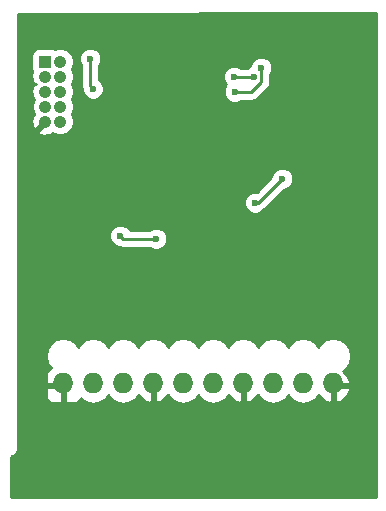
<source format=gbl>
G04 #@! TF.FileFunction,Copper,L2,Bot,Signal*
%FSLAX46Y46*%
G04 Gerber Fmt 4.6, Leading zero omitted, Abs format (unit mm)*
G04 Created by KiCad (PCBNEW 4.0.1-stable) date Wednesday, August 10, 2016 'PMt' 06:55:05 PM*
%MOMM*%
G01*
G04 APERTURE LIST*
%ADD10C,0.100000*%
%ADD11R,1.050000X1.050000*%
%ADD12C,1.050000*%
%ADD13R,1.727200X1.727200*%
%ADD14O,1.727200X1.727200*%
%ADD15C,0.600000*%
%ADD16C,0.250000*%
%ADD17C,0.254000*%
G04 APERTURE END LIST*
D10*
D11*
X108458000Y-98806000D03*
D12*
X108458000Y-100076000D03*
X108458000Y-101346000D03*
X108458000Y-102616000D03*
X108458000Y-103886000D03*
X109728000Y-100076000D03*
X109728000Y-101346000D03*
X109728000Y-102616000D03*
X109728000Y-103886000D03*
X109728000Y-98806000D03*
D13*
X109982000Y-128524000D03*
D14*
X109982000Y-125984000D03*
X112522000Y-128524000D03*
X112522000Y-125984000D03*
X115062000Y-128524000D03*
X115062000Y-125984000D03*
X117602000Y-128524000D03*
X117602000Y-125984000D03*
X120142000Y-128524000D03*
X120142000Y-125984000D03*
X122682000Y-128524000D03*
X122682000Y-125984000D03*
X125222000Y-128524000D03*
X125222000Y-125984000D03*
X127762000Y-128524000D03*
X127762000Y-125984000D03*
X130302000Y-128524000D03*
X130302000Y-125984000D03*
X132842000Y-128524000D03*
X132842000Y-125984000D03*
D15*
X116840000Y-106426000D03*
X124968000Y-104902000D03*
X116586000Y-102616000D03*
X119888000Y-96774000D03*
X123952000Y-97028000D03*
X133096000Y-100076000D03*
X112514000Y-101100000D03*
X112268000Y-98552000D03*
X114808000Y-113538000D03*
X117856000Y-113792000D03*
X126238000Y-110744000D03*
X128524000Y-108712000D03*
X126746000Y-99314008D03*
X124490002Y-101346000D03*
X126115181Y-100059979D03*
X124460000Y-100076000D03*
D16*
X133096000Y-100076000D02*
X133350000Y-100076000D01*
X112268000Y-98552000D02*
X112268000Y-100854000D01*
X112268000Y-100854000D02*
X112514000Y-101100000D01*
X117856000Y-113792000D02*
X115062000Y-113792000D01*
X115062000Y-113792000D02*
X114808000Y-113538000D01*
X128524000Y-108712000D02*
X126492000Y-110744000D01*
X126492000Y-110744000D02*
X126238000Y-110744000D01*
X126746000Y-99738272D02*
X126746000Y-99314008D01*
X126746000Y-100500256D02*
X126746000Y-99738272D01*
X124490002Y-101346000D02*
X125900256Y-101346000D01*
X125900256Y-101346000D02*
X126746000Y-100500256D01*
X126099160Y-100076000D02*
X126115181Y-100059979D01*
X124460000Y-100076000D02*
X126099160Y-100076000D01*
D17*
G36*
X136450000Y-135688000D02*
X105536892Y-135688000D01*
X105536077Y-132256921D01*
X105681705Y-132227954D01*
X105912046Y-132074046D01*
X106065954Y-131843705D01*
X106120000Y-131572000D01*
X106120000Y-126523750D01*
X108483400Y-126523750D01*
X108483400Y-127227909D01*
X108580073Y-127461298D01*
X108758701Y-127639927D01*
X108992090Y-127736600D01*
X109696250Y-127736600D01*
X109855000Y-127577850D01*
X109855000Y-126365000D01*
X108642150Y-126365000D01*
X108483400Y-126523750D01*
X106120000Y-126523750D01*
X106120000Y-123668641D01*
X108483400Y-123668641D01*
X108483400Y-123727359D01*
X108597474Y-124300848D01*
X108912526Y-124772356D01*
X108758701Y-124836073D01*
X108580073Y-125014702D01*
X108483400Y-125248091D01*
X108483400Y-125952250D01*
X108642150Y-126111000D01*
X109855000Y-126111000D01*
X109855000Y-126091000D01*
X110109000Y-126091000D01*
X110109000Y-126111000D01*
X110129000Y-126111000D01*
X110129000Y-126365000D01*
X110109000Y-126365000D01*
X110109000Y-127577850D01*
X110267750Y-127736600D01*
X110971910Y-127736600D01*
X111205299Y-127639927D01*
X111383927Y-127461298D01*
X111448263Y-127305977D01*
X111462330Y-127327029D01*
X111948511Y-127651885D01*
X112522000Y-127765959D01*
X113095489Y-127651885D01*
X113581670Y-127327029D01*
X113792000Y-127012248D01*
X114002330Y-127327029D01*
X114488511Y-127651885D01*
X115062000Y-127765959D01*
X115635489Y-127651885D01*
X116121670Y-127327029D01*
X116337664Y-127003772D01*
X116395179Y-127126490D01*
X116827053Y-127520688D01*
X117242974Y-127692958D01*
X117475000Y-127571817D01*
X117475000Y-126365000D01*
X117455000Y-126365000D01*
X117455000Y-126111000D01*
X117475000Y-126111000D01*
X117475000Y-126091000D01*
X117729000Y-126091000D01*
X117729000Y-126111000D01*
X117749000Y-126111000D01*
X117749000Y-126365000D01*
X117729000Y-126365000D01*
X117729000Y-127571817D01*
X117961026Y-127692958D01*
X118376947Y-127520688D01*
X118808821Y-127126490D01*
X118866336Y-127003772D01*
X119082330Y-127327029D01*
X119568511Y-127651885D01*
X120142000Y-127765959D01*
X120715489Y-127651885D01*
X121201670Y-127327029D01*
X121412000Y-127012248D01*
X121622330Y-127327029D01*
X122108511Y-127651885D01*
X122682000Y-127765959D01*
X123255489Y-127651885D01*
X123741670Y-127327029D01*
X123957664Y-127003772D01*
X124015179Y-127126490D01*
X124447053Y-127520688D01*
X124862974Y-127692958D01*
X125095000Y-127571817D01*
X125095000Y-126365000D01*
X125075000Y-126365000D01*
X125075000Y-126111000D01*
X125095000Y-126111000D01*
X125095000Y-126091000D01*
X125349000Y-126091000D01*
X125349000Y-126111000D01*
X125369000Y-126111000D01*
X125369000Y-126365000D01*
X125349000Y-126365000D01*
X125349000Y-127571817D01*
X125581026Y-127692958D01*
X125996947Y-127520688D01*
X126428821Y-127126490D01*
X126486336Y-127003772D01*
X126702330Y-127327029D01*
X127188511Y-127651885D01*
X127762000Y-127765959D01*
X128335489Y-127651885D01*
X128821670Y-127327029D01*
X129032000Y-127012248D01*
X129242330Y-127327029D01*
X129728511Y-127651885D01*
X130302000Y-127765959D01*
X130875489Y-127651885D01*
X131361670Y-127327029D01*
X131577664Y-127003772D01*
X131635179Y-127126490D01*
X132067053Y-127520688D01*
X132482974Y-127692958D01*
X132715000Y-127571817D01*
X132715000Y-126365000D01*
X132969000Y-126365000D01*
X132969000Y-127571817D01*
X133201026Y-127692958D01*
X133616947Y-127520688D01*
X134048821Y-127126490D01*
X134296968Y-126597027D01*
X134176469Y-126365000D01*
X132969000Y-126365000D01*
X132715000Y-126365000D01*
X132695000Y-126365000D01*
X132695000Y-126111000D01*
X132715000Y-126111000D01*
X132715000Y-126091000D01*
X132969000Y-126091000D01*
X132969000Y-126111000D01*
X134176469Y-126111000D01*
X134296968Y-125878973D01*
X134048821Y-125349510D01*
X133630839Y-124967992D01*
X133901670Y-124787029D01*
X134226526Y-124300848D01*
X134340600Y-123727359D01*
X134340600Y-123668641D01*
X134226526Y-123095152D01*
X133901670Y-122608971D01*
X133415489Y-122284115D01*
X132842000Y-122170041D01*
X132268511Y-122284115D01*
X131782330Y-122608971D01*
X131572000Y-122923752D01*
X131361670Y-122608971D01*
X130875489Y-122284115D01*
X130302000Y-122170041D01*
X129728511Y-122284115D01*
X129242330Y-122608971D01*
X129032000Y-122923752D01*
X128821670Y-122608971D01*
X128335489Y-122284115D01*
X127762000Y-122170041D01*
X127188511Y-122284115D01*
X126702330Y-122608971D01*
X126492000Y-122923752D01*
X126281670Y-122608971D01*
X125795489Y-122284115D01*
X125222000Y-122170041D01*
X124648511Y-122284115D01*
X124162330Y-122608971D01*
X123952000Y-122923752D01*
X123741670Y-122608971D01*
X123255489Y-122284115D01*
X122682000Y-122170041D01*
X122108511Y-122284115D01*
X121622330Y-122608971D01*
X121412000Y-122923752D01*
X121201670Y-122608971D01*
X120715489Y-122284115D01*
X120142000Y-122170041D01*
X119568511Y-122284115D01*
X119082330Y-122608971D01*
X118872000Y-122923752D01*
X118661670Y-122608971D01*
X118175489Y-122284115D01*
X117602000Y-122170041D01*
X117028511Y-122284115D01*
X116542330Y-122608971D01*
X116332000Y-122923752D01*
X116121670Y-122608971D01*
X115635489Y-122284115D01*
X115062000Y-122170041D01*
X114488511Y-122284115D01*
X114002330Y-122608971D01*
X113792000Y-122923752D01*
X113581670Y-122608971D01*
X113095489Y-122284115D01*
X112522000Y-122170041D01*
X111948511Y-122284115D01*
X111462330Y-122608971D01*
X111252000Y-122923752D01*
X111041670Y-122608971D01*
X110555489Y-122284115D01*
X109982000Y-122170041D01*
X109408511Y-122284115D01*
X108922330Y-122608971D01*
X108597474Y-123095152D01*
X108483400Y-123668641D01*
X106120000Y-123668641D01*
X106120000Y-113723167D01*
X113872838Y-113723167D01*
X114014883Y-114066943D01*
X114277673Y-114330192D01*
X114621201Y-114472838D01*
X114739421Y-114472941D01*
X114771160Y-114494148D01*
X115062000Y-114552000D01*
X117293537Y-114552000D01*
X117325673Y-114584192D01*
X117669201Y-114726838D01*
X118041167Y-114727162D01*
X118384943Y-114585117D01*
X118648192Y-114322327D01*
X118790838Y-113978799D01*
X118791162Y-113606833D01*
X118649117Y-113263057D01*
X118386327Y-112999808D01*
X118042799Y-112857162D01*
X117670833Y-112856838D01*
X117327057Y-112998883D01*
X117293882Y-113032000D01*
X115610597Y-113032000D01*
X115601117Y-113009057D01*
X115338327Y-112745808D01*
X114994799Y-112603162D01*
X114622833Y-112602838D01*
X114279057Y-112744883D01*
X114015808Y-113007673D01*
X113873162Y-113351201D01*
X113872838Y-113723167D01*
X106120000Y-113723167D01*
X106120000Y-110929167D01*
X125302838Y-110929167D01*
X125444883Y-111272943D01*
X125707673Y-111536192D01*
X126051201Y-111678838D01*
X126423167Y-111679162D01*
X126766943Y-111537117D01*
X127010362Y-111294122D01*
X127029401Y-111281401D01*
X128663680Y-109647122D01*
X128709167Y-109647162D01*
X129052943Y-109505117D01*
X129316192Y-109242327D01*
X129458838Y-108898799D01*
X129459162Y-108526833D01*
X129317117Y-108183057D01*
X129054327Y-107919808D01*
X128710799Y-107777162D01*
X128338833Y-107776838D01*
X127995057Y-107918883D01*
X127731808Y-108181673D01*
X127589162Y-108525201D01*
X127589121Y-108572077D01*
X126352099Y-109809099D01*
X126052833Y-109808838D01*
X125709057Y-109950883D01*
X125445808Y-110213673D01*
X125303162Y-110557201D01*
X125302838Y-110929167D01*
X106120000Y-110929167D01*
X106120000Y-99924985D01*
X107284954Y-99924985D01*
X107316457Y-100385386D01*
X107432038Y-100664425D01*
X107634186Y-100701794D01*
X107643392Y-100711000D01*
X107634186Y-100720206D01*
X107432038Y-100757575D01*
X107284954Y-101194985D01*
X107316457Y-101655386D01*
X107432038Y-101934425D01*
X107488406Y-101944845D01*
X107475173Y-101958055D01*
X107298202Y-102384249D01*
X107297799Y-102845726D01*
X107474026Y-103272229D01*
X107488845Y-103287074D01*
X107432038Y-103297575D01*
X107284954Y-103734985D01*
X107316457Y-104195386D01*
X107432038Y-104474425D01*
X107649727Y-104514667D01*
X108278395Y-103886000D01*
X108264253Y-103871858D01*
X108360195Y-103775915D01*
X108555976Y-103776086D01*
X108568085Y-103788195D01*
X108567914Y-103983976D01*
X108472142Y-104079748D01*
X108458000Y-104065605D01*
X107829333Y-104694273D01*
X107869575Y-104911962D01*
X108306985Y-105059046D01*
X108767386Y-105027543D01*
X109046425Y-104911962D01*
X109056845Y-104855594D01*
X109070055Y-104868827D01*
X109496249Y-105045798D01*
X109957726Y-105046201D01*
X110384229Y-104869974D01*
X110710827Y-104543945D01*
X110887798Y-104117751D01*
X110888201Y-103656274D01*
X110720551Y-103250528D01*
X110887798Y-102847751D01*
X110888201Y-102386274D01*
X110720551Y-101980528D01*
X110887798Y-101577751D01*
X110888201Y-101116274D01*
X110720551Y-100710528D01*
X110887798Y-100307751D01*
X110888201Y-99846274D01*
X110720551Y-99440528D01*
X110887798Y-99037751D01*
X110888060Y-98737167D01*
X111332838Y-98737167D01*
X111474883Y-99080943D01*
X111508000Y-99114118D01*
X111508000Y-100854000D01*
X111565852Y-101144839D01*
X111578943Y-101164431D01*
X111578838Y-101285167D01*
X111720883Y-101628943D01*
X111983673Y-101892192D01*
X112327201Y-102034838D01*
X112699167Y-102035162D01*
X113042943Y-101893117D01*
X113306192Y-101630327D01*
X113448838Y-101286799D01*
X113449162Y-100914833D01*
X113307117Y-100571057D01*
X113044327Y-100307808D01*
X113028000Y-100301028D01*
X113028000Y-100261167D01*
X123524838Y-100261167D01*
X123666883Y-100604943D01*
X123787684Y-100725955D01*
X123697810Y-100815673D01*
X123555164Y-101159201D01*
X123554840Y-101531167D01*
X123696885Y-101874943D01*
X123959675Y-102138192D01*
X124303203Y-102280838D01*
X124675169Y-102281162D01*
X125018945Y-102139117D01*
X125052120Y-102106000D01*
X125900256Y-102106000D01*
X126191095Y-102048148D01*
X126437657Y-101883401D01*
X127283401Y-101037657D01*
X127448148Y-100791095D01*
X127506000Y-100500256D01*
X127506000Y-99876471D01*
X127538192Y-99844335D01*
X127680838Y-99500807D01*
X127681162Y-99128841D01*
X127539117Y-98785065D01*
X127276327Y-98521816D01*
X126932799Y-98379170D01*
X126560833Y-98378846D01*
X126217057Y-98520891D01*
X125953808Y-98783681D01*
X125811162Y-99127209D01*
X125811121Y-99173942D01*
X125586238Y-99266862D01*
X125537014Y-99316000D01*
X125022463Y-99316000D01*
X124990327Y-99283808D01*
X124646799Y-99141162D01*
X124274833Y-99140838D01*
X123931057Y-99282883D01*
X123667808Y-99545673D01*
X123525162Y-99889201D01*
X123524838Y-100261167D01*
X113028000Y-100261167D01*
X113028000Y-99114463D01*
X113060192Y-99082327D01*
X113202838Y-98738799D01*
X113203162Y-98366833D01*
X113061117Y-98023057D01*
X112798327Y-97759808D01*
X112454799Y-97617162D01*
X112082833Y-97616838D01*
X111739057Y-97758883D01*
X111475808Y-98021673D01*
X111333162Y-98365201D01*
X111332838Y-98737167D01*
X110888060Y-98737167D01*
X110888201Y-98576274D01*
X110711974Y-98149771D01*
X110385945Y-97823173D01*
X109959751Y-97646202D01*
X109498274Y-97645799D01*
X109298784Y-97728226D01*
X109234890Y-97684569D01*
X108983000Y-97633560D01*
X107933000Y-97633560D01*
X107697683Y-97677838D01*
X107481559Y-97816910D01*
X107336569Y-98029110D01*
X107285560Y-98281000D01*
X107285560Y-99331000D01*
X107329838Y-99566317D01*
X107379571Y-99643605D01*
X107284954Y-99924985D01*
X106120000Y-99924985D01*
X106120000Y-94729106D01*
X136450000Y-94690895D01*
X136450000Y-135688000D01*
X136450000Y-135688000D01*
G37*
X136450000Y-135688000D02*
X105536892Y-135688000D01*
X105536077Y-132256921D01*
X105681705Y-132227954D01*
X105912046Y-132074046D01*
X106065954Y-131843705D01*
X106120000Y-131572000D01*
X106120000Y-126523750D01*
X108483400Y-126523750D01*
X108483400Y-127227909D01*
X108580073Y-127461298D01*
X108758701Y-127639927D01*
X108992090Y-127736600D01*
X109696250Y-127736600D01*
X109855000Y-127577850D01*
X109855000Y-126365000D01*
X108642150Y-126365000D01*
X108483400Y-126523750D01*
X106120000Y-126523750D01*
X106120000Y-123668641D01*
X108483400Y-123668641D01*
X108483400Y-123727359D01*
X108597474Y-124300848D01*
X108912526Y-124772356D01*
X108758701Y-124836073D01*
X108580073Y-125014702D01*
X108483400Y-125248091D01*
X108483400Y-125952250D01*
X108642150Y-126111000D01*
X109855000Y-126111000D01*
X109855000Y-126091000D01*
X110109000Y-126091000D01*
X110109000Y-126111000D01*
X110129000Y-126111000D01*
X110129000Y-126365000D01*
X110109000Y-126365000D01*
X110109000Y-127577850D01*
X110267750Y-127736600D01*
X110971910Y-127736600D01*
X111205299Y-127639927D01*
X111383927Y-127461298D01*
X111448263Y-127305977D01*
X111462330Y-127327029D01*
X111948511Y-127651885D01*
X112522000Y-127765959D01*
X113095489Y-127651885D01*
X113581670Y-127327029D01*
X113792000Y-127012248D01*
X114002330Y-127327029D01*
X114488511Y-127651885D01*
X115062000Y-127765959D01*
X115635489Y-127651885D01*
X116121670Y-127327029D01*
X116337664Y-127003772D01*
X116395179Y-127126490D01*
X116827053Y-127520688D01*
X117242974Y-127692958D01*
X117475000Y-127571817D01*
X117475000Y-126365000D01*
X117455000Y-126365000D01*
X117455000Y-126111000D01*
X117475000Y-126111000D01*
X117475000Y-126091000D01*
X117729000Y-126091000D01*
X117729000Y-126111000D01*
X117749000Y-126111000D01*
X117749000Y-126365000D01*
X117729000Y-126365000D01*
X117729000Y-127571817D01*
X117961026Y-127692958D01*
X118376947Y-127520688D01*
X118808821Y-127126490D01*
X118866336Y-127003772D01*
X119082330Y-127327029D01*
X119568511Y-127651885D01*
X120142000Y-127765959D01*
X120715489Y-127651885D01*
X121201670Y-127327029D01*
X121412000Y-127012248D01*
X121622330Y-127327029D01*
X122108511Y-127651885D01*
X122682000Y-127765959D01*
X123255489Y-127651885D01*
X123741670Y-127327029D01*
X123957664Y-127003772D01*
X124015179Y-127126490D01*
X124447053Y-127520688D01*
X124862974Y-127692958D01*
X125095000Y-127571817D01*
X125095000Y-126365000D01*
X125075000Y-126365000D01*
X125075000Y-126111000D01*
X125095000Y-126111000D01*
X125095000Y-126091000D01*
X125349000Y-126091000D01*
X125349000Y-126111000D01*
X125369000Y-126111000D01*
X125369000Y-126365000D01*
X125349000Y-126365000D01*
X125349000Y-127571817D01*
X125581026Y-127692958D01*
X125996947Y-127520688D01*
X126428821Y-127126490D01*
X126486336Y-127003772D01*
X126702330Y-127327029D01*
X127188511Y-127651885D01*
X127762000Y-127765959D01*
X128335489Y-127651885D01*
X128821670Y-127327029D01*
X129032000Y-127012248D01*
X129242330Y-127327029D01*
X129728511Y-127651885D01*
X130302000Y-127765959D01*
X130875489Y-127651885D01*
X131361670Y-127327029D01*
X131577664Y-127003772D01*
X131635179Y-127126490D01*
X132067053Y-127520688D01*
X132482974Y-127692958D01*
X132715000Y-127571817D01*
X132715000Y-126365000D01*
X132969000Y-126365000D01*
X132969000Y-127571817D01*
X133201026Y-127692958D01*
X133616947Y-127520688D01*
X134048821Y-127126490D01*
X134296968Y-126597027D01*
X134176469Y-126365000D01*
X132969000Y-126365000D01*
X132715000Y-126365000D01*
X132695000Y-126365000D01*
X132695000Y-126111000D01*
X132715000Y-126111000D01*
X132715000Y-126091000D01*
X132969000Y-126091000D01*
X132969000Y-126111000D01*
X134176469Y-126111000D01*
X134296968Y-125878973D01*
X134048821Y-125349510D01*
X133630839Y-124967992D01*
X133901670Y-124787029D01*
X134226526Y-124300848D01*
X134340600Y-123727359D01*
X134340600Y-123668641D01*
X134226526Y-123095152D01*
X133901670Y-122608971D01*
X133415489Y-122284115D01*
X132842000Y-122170041D01*
X132268511Y-122284115D01*
X131782330Y-122608971D01*
X131572000Y-122923752D01*
X131361670Y-122608971D01*
X130875489Y-122284115D01*
X130302000Y-122170041D01*
X129728511Y-122284115D01*
X129242330Y-122608971D01*
X129032000Y-122923752D01*
X128821670Y-122608971D01*
X128335489Y-122284115D01*
X127762000Y-122170041D01*
X127188511Y-122284115D01*
X126702330Y-122608971D01*
X126492000Y-122923752D01*
X126281670Y-122608971D01*
X125795489Y-122284115D01*
X125222000Y-122170041D01*
X124648511Y-122284115D01*
X124162330Y-122608971D01*
X123952000Y-122923752D01*
X123741670Y-122608971D01*
X123255489Y-122284115D01*
X122682000Y-122170041D01*
X122108511Y-122284115D01*
X121622330Y-122608971D01*
X121412000Y-122923752D01*
X121201670Y-122608971D01*
X120715489Y-122284115D01*
X120142000Y-122170041D01*
X119568511Y-122284115D01*
X119082330Y-122608971D01*
X118872000Y-122923752D01*
X118661670Y-122608971D01*
X118175489Y-122284115D01*
X117602000Y-122170041D01*
X117028511Y-122284115D01*
X116542330Y-122608971D01*
X116332000Y-122923752D01*
X116121670Y-122608971D01*
X115635489Y-122284115D01*
X115062000Y-122170041D01*
X114488511Y-122284115D01*
X114002330Y-122608971D01*
X113792000Y-122923752D01*
X113581670Y-122608971D01*
X113095489Y-122284115D01*
X112522000Y-122170041D01*
X111948511Y-122284115D01*
X111462330Y-122608971D01*
X111252000Y-122923752D01*
X111041670Y-122608971D01*
X110555489Y-122284115D01*
X109982000Y-122170041D01*
X109408511Y-122284115D01*
X108922330Y-122608971D01*
X108597474Y-123095152D01*
X108483400Y-123668641D01*
X106120000Y-123668641D01*
X106120000Y-113723167D01*
X113872838Y-113723167D01*
X114014883Y-114066943D01*
X114277673Y-114330192D01*
X114621201Y-114472838D01*
X114739421Y-114472941D01*
X114771160Y-114494148D01*
X115062000Y-114552000D01*
X117293537Y-114552000D01*
X117325673Y-114584192D01*
X117669201Y-114726838D01*
X118041167Y-114727162D01*
X118384943Y-114585117D01*
X118648192Y-114322327D01*
X118790838Y-113978799D01*
X118791162Y-113606833D01*
X118649117Y-113263057D01*
X118386327Y-112999808D01*
X118042799Y-112857162D01*
X117670833Y-112856838D01*
X117327057Y-112998883D01*
X117293882Y-113032000D01*
X115610597Y-113032000D01*
X115601117Y-113009057D01*
X115338327Y-112745808D01*
X114994799Y-112603162D01*
X114622833Y-112602838D01*
X114279057Y-112744883D01*
X114015808Y-113007673D01*
X113873162Y-113351201D01*
X113872838Y-113723167D01*
X106120000Y-113723167D01*
X106120000Y-110929167D01*
X125302838Y-110929167D01*
X125444883Y-111272943D01*
X125707673Y-111536192D01*
X126051201Y-111678838D01*
X126423167Y-111679162D01*
X126766943Y-111537117D01*
X127010362Y-111294122D01*
X127029401Y-111281401D01*
X128663680Y-109647122D01*
X128709167Y-109647162D01*
X129052943Y-109505117D01*
X129316192Y-109242327D01*
X129458838Y-108898799D01*
X129459162Y-108526833D01*
X129317117Y-108183057D01*
X129054327Y-107919808D01*
X128710799Y-107777162D01*
X128338833Y-107776838D01*
X127995057Y-107918883D01*
X127731808Y-108181673D01*
X127589162Y-108525201D01*
X127589121Y-108572077D01*
X126352099Y-109809099D01*
X126052833Y-109808838D01*
X125709057Y-109950883D01*
X125445808Y-110213673D01*
X125303162Y-110557201D01*
X125302838Y-110929167D01*
X106120000Y-110929167D01*
X106120000Y-99924985D01*
X107284954Y-99924985D01*
X107316457Y-100385386D01*
X107432038Y-100664425D01*
X107634186Y-100701794D01*
X107643392Y-100711000D01*
X107634186Y-100720206D01*
X107432038Y-100757575D01*
X107284954Y-101194985D01*
X107316457Y-101655386D01*
X107432038Y-101934425D01*
X107488406Y-101944845D01*
X107475173Y-101958055D01*
X107298202Y-102384249D01*
X107297799Y-102845726D01*
X107474026Y-103272229D01*
X107488845Y-103287074D01*
X107432038Y-103297575D01*
X107284954Y-103734985D01*
X107316457Y-104195386D01*
X107432038Y-104474425D01*
X107649727Y-104514667D01*
X108278395Y-103886000D01*
X108264253Y-103871858D01*
X108360195Y-103775915D01*
X108555976Y-103776086D01*
X108568085Y-103788195D01*
X108567914Y-103983976D01*
X108472142Y-104079748D01*
X108458000Y-104065605D01*
X107829333Y-104694273D01*
X107869575Y-104911962D01*
X108306985Y-105059046D01*
X108767386Y-105027543D01*
X109046425Y-104911962D01*
X109056845Y-104855594D01*
X109070055Y-104868827D01*
X109496249Y-105045798D01*
X109957726Y-105046201D01*
X110384229Y-104869974D01*
X110710827Y-104543945D01*
X110887798Y-104117751D01*
X110888201Y-103656274D01*
X110720551Y-103250528D01*
X110887798Y-102847751D01*
X110888201Y-102386274D01*
X110720551Y-101980528D01*
X110887798Y-101577751D01*
X110888201Y-101116274D01*
X110720551Y-100710528D01*
X110887798Y-100307751D01*
X110888201Y-99846274D01*
X110720551Y-99440528D01*
X110887798Y-99037751D01*
X110888060Y-98737167D01*
X111332838Y-98737167D01*
X111474883Y-99080943D01*
X111508000Y-99114118D01*
X111508000Y-100854000D01*
X111565852Y-101144839D01*
X111578943Y-101164431D01*
X111578838Y-101285167D01*
X111720883Y-101628943D01*
X111983673Y-101892192D01*
X112327201Y-102034838D01*
X112699167Y-102035162D01*
X113042943Y-101893117D01*
X113306192Y-101630327D01*
X113448838Y-101286799D01*
X113449162Y-100914833D01*
X113307117Y-100571057D01*
X113044327Y-100307808D01*
X113028000Y-100301028D01*
X113028000Y-100261167D01*
X123524838Y-100261167D01*
X123666883Y-100604943D01*
X123787684Y-100725955D01*
X123697810Y-100815673D01*
X123555164Y-101159201D01*
X123554840Y-101531167D01*
X123696885Y-101874943D01*
X123959675Y-102138192D01*
X124303203Y-102280838D01*
X124675169Y-102281162D01*
X125018945Y-102139117D01*
X125052120Y-102106000D01*
X125900256Y-102106000D01*
X126191095Y-102048148D01*
X126437657Y-101883401D01*
X127283401Y-101037657D01*
X127448148Y-100791095D01*
X127506000Y-100500256D01*
X127506000Y-99876471D01*
X127538192Y-99844335D01*
X127680838Y-99500807D01*
X127681162Y-99128841D01*
X127539117Y-98785065D01*
X127276327Y-98521816D01*
X126932799Y-98379170D01*
X126560833Y-98378846D01*
X126217057Y-98520891D01*
X125953808Y-98783681D01*
X125811162Y-99127209D01*
X125811121Y-99173942D01*
X125586238Y-99266862D01*
X125537014Y-99316000D01*
X125022463Y-99316000D01*
X124990327Y-99283808D01*
X124646799Y-99141162D01*
X124274833Y-99140838D01*
X123931057Y-99282883D01*
X123667808Y-99545673D01*
X123525162Y-99889201D01*
X123524838Y-100261167D01*
X113028000Y-100261167D01*
X113028000Y-99114463D01*
X113060192Y-99082327D01*
X113202838Y-98738799D01*
X113203162Y-98366833D01*
X113061117Y-98023057D01*
X112798327Y-97759808D01*
X112454799Y-97617162D01*
X112082833Y-97616838D01*
X111739057Y-97758883D01*
X111475808Y-98021673D01*
X111333162Y-98365201D01*
X111332838Y-98737167D01*
X110888060Y-98737167D01*
X110888201Y-98576274D01*
X110711974Y-98149771D01*
X110385945Y-97823173D01*
X109959751Y-97646202D01*
X109498274Y-97645799D01*
X109298784Y-97728226D01*
X109234890Y-97684569D01*
X108983000Y-97633560D01*
X107933000Y-97633560D01*
X107697683Y-97677838D01*
X107481559Y-97816910D01*
X107336569Y-98029110D01*
X107285560Y-98281000D01*
X107285560Y-99331000D01*
X107329838Y-99566317D01*
X107379571Y-99643605D01*
X107284954Y-99924985D01*
X106120000Y-99924985D01*
X106120000Y-94729106D01*
X136450000Y-94690895D01*
X136450000Y-135688000D01*
G36*
X108568085Y-101248195D02*
X108567914Y-101443976D01*
X108555805Y-101456085D01*
X108360024Y-101455914D01*
X108264252Y-101360142D01*
X108278395Y-101346000D01*
X108264253Y-101331858D01*
X108350008Y-101246102D01*
X108552160Y-101232270D01*
X108568085Y-101248195D01*
X108568085Y-101248195D01*
G37*
X108568085Y-101248195D02*
X108567914Y-101443976D01*
X108555805Y-101456085D01*
X108360024Y-101455914D01*
X108264252Y-101360142D01*
X108278395Y-101346000D01*
X108264253Y-101331858D01*
X108350008Y-101246102D01*
X108552160Y-101232270D01*
X108568085Y-101248195D01*
G36*
X108567914Y-100173976D02*
X108565993Y-100175897D01*
X108363840Y-100189730D01*
X108264253Y-100090143D01*
X108278395Y-100076000D01*
X108264253Y-100061858D01*
X108347670Y-99978440D01*
X108568085Y-99978440D01*
X108567914Y-100173976D01*
X108567914Y-100173976D01*
G37*
X108567914Y-100173976D02*
X108565993Y-100175897D01*
X108363840Y-100189730D01*
X108264253Y-100090143D01*
X108278395Y-100076000D01*
X108264253Y-100061858D01*
X108347670Y-99978440D01*
X108568085Y-99978440D01*
X108567914Y-100173976D01*
M02*

</source>
